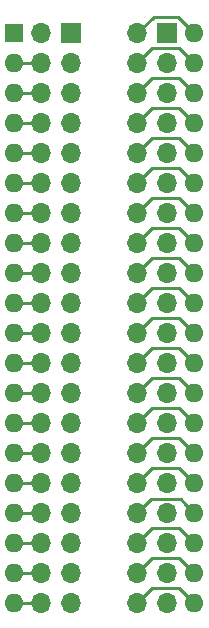
<source format=gbr>
G04 #@! TF.GenerationSoftware,KiCad,Pcbnew,(5.1.5-0-10_14)*
G04 #@! TF.CreationDate,2021-04-13T14:10:52+02:00*
G04 #@! TF.ProjectId,UUT_Cable_Header,5555545f-4361-4626-9c65-5f4865616465,rev?*
G04 #@! TF.SameCoordinates,Original*
G04 #@! TF.FileFunction,Copper,L2,Bot*
G04 #@! TF.FilePolarity,Positive*
%FSLAX46Y46*%
G04 Gerber Fmt 4.6, Leading zero omitted, Abs format (unit mm)*
G04 Created by KiCad (PCBNEW (5.1.5-0-10_14)) date 2021-04-13 14:10:52*
%MOMM*%
%LPD*%
G04 APERTURE LIST*
%ADD10O,1.600000X1.600000*%
%ADD11R,1.600000X1.600000*%
%ADD12R,1.700000X1.700000*%
%ADD13O,1.700000X1.700000*%
%ADD14C,0.250000*%
G04 APERTURE END LIST*
D10*
X137287000Y-57912000D03*
X122047000Y-106172000D03*
X137287000Y-60452000D03*
X122047000Y-103632000D03*
X137287000Y-62992000D03*
X122047000Y-101092000D03*
X137287000Y-65532000D03*
X122047000Y-98552000D03*
X137287000Y-68072000D03*
X122047000Y-96012000D03*
X137287000Y-70612000D03*
X122047000Y-93472000D03*
X137287000Y-73152000D03*
X122047000Y-90932000D03*
X137287000Y-75692000D03*
X122047000Y-88392000D03*
X137287000Y-78232000D03*
X122047000Y-85852000D03*
X137287000Y-80772000D03*
X122047000Y-83312000D03*
X137287000Y-83312000D03*
X122047000Y-80772000D03*
X137287000Y-85852000D03*
X122047000Y-78232000D03*
X137287000Y-88392000D03*
X122047000Y-75692000D03*
X137287000Y-90932000D03*
X122047000Y-73152000D03*
X137287000Y-93472000D03*
X122047000Y-70612000D03*
X137287000Y-96012000D03*
X122047000Y-68072000D03*
X137287000Y-98552000D03*
X122047000Y-65532000D03*
X137287000Y-101092000D03*
X122047000Y-62992000D03*
X137287000Y-103632000D03*
X122047000Y-60452000D03*
X137287000Y-106172000D03*
D11*
X122047000Y-57912000D03*
D12*
X126873000Y-57912000D03*
D13*
X124333000Y-57912000D03*
X126873000Y-60452000D03*
X124333000Y-60452000D03*
X126873000Y-62992000D03*
X124333000Y-62992000D03*
X126873000Y-65532000D03*
X124333000Y-65532000D03*
X126873000Y-68072000D03*
X124333000Y-68072000D03*
X126873000Y-70612000D03*
X124333000Y-70612000D03*
X126873000Y-73152000D03*
X124333000Y-73152000D03*
X126873000Y-75692000D03*
X124333000Y-75692000D03*
X126873000Y-78232000D03*
X124333000Y-78232000D03*
X126873000Y-80772000D03*
X124333000Y-80772000D03*
X126873000Y-83312000D03*
X124333000Y-83312000D03*
X126873000Y-85852000D03*
X124333000Y-85852000D03*
X126873000Y-88392000D03*
X124333000Y-88392000D03*
X126873000Y-90932000D03*
X124333000Y-90932000D03*
X126873000Y-93472000D03*
X124333000Y-93472000D03*
X126873000Y-96012000D03*
X124333000Y-96012000D03*
X126873000Y-98552000D03*
X124333000Y-98552000D03*
X126873000Y-101092000D03*
X124333000Y-101092000D03*
X126873000Y-103632000D03*
X124333000Y-103632000D03*
X126873000Y-106172000D03*
X124333000Y-106172000D03*
X132461000Y-106172000D03*
X135001000Y-106172000D03*
X132461000Y-103632000D03*
X135001000Y-103632000D03*
X132461000Y-101092000D03*
X135001000Y-101092000D03*
X132461000Y-98552000D03*
X135001000Y-98552000D03*
X132461000Y-96012000D03*
X135001000Y-96012000D03*
X132461000Y-93472000D03*
X135001000Y-93472000D03*
X132461000Y-90932000D03*
X135001000Y-90932000D03*
X132461000Y-88392000D03*
X135001000Y-88392000D03*
X132461000Y-85852000D03*
X135001000Y-85852000D03*
X132461000Y-83312000D03*
X135001000Y-83312000D03*
X132461000Y-80772000D03*
X135001000Y-80772000D03*
X132461000Y-78232000D03*
X135001000Y-78232000D03*
X132461000Y-75692000D03*
X135001000Y-75692000D03*
X132461000Y-73152000D03*
X135001000Y-73152000D03*
X132461000Y-70612000D03*
X135001000Y-70612000D03*
X132461000Y-68072000D03*
X135001000Y-68072000D03*
X132461000Y-65532000D03*
X135001000Y-65532000D03*
X132461000Y-62992000D03*
X135001000Y-62992000D03*
X132461000Y-60452000D03*
X135001000Y-60452000D03*
X132461000Y-57912000D03*
D12*
X135001000Y-57912000D03*
D14*
X136487001Y-102832001D02*
X137287000Y-103632000D01*
X136017000Y-102362000D02*
X136487001Y-102832001D01*
X133731000Y-102362000D02*
X136017000Y-102362000D01*
X132461000Y-103632000D02*
X133731000Y-102362000D01*
X136487001Y-97752001D02*
X137287000Y-98552000D01*
X136111999Y-97376999D02*
X136487001Y-97752001D01*
X133636001Y-97376999D02*
X136111999Y-97376999D01*
X132461000Y-98552000D02*
X133636001Y-97376999D01*
X136017000Y-92202000D02*
X136487001Y-92672001D01*
X136487001Y-92672001D02*
X137287000Y-93472000D01*
X133731000Y-92202000D02*
X136017000Y-92202000D01*
X132461000Y-93472000D02*
X133731000Y-92202000D01*
X136487001Y-87592001D02*
X137287000Y-88392000D01*
X136017000Y-87122000D02*
X136487001Y-87592001D01*
X133731000Y-87122000D02*
X136017000Y-87122000D01*
X132461000Y-88392000D02*
X133731000Y-87122000D01*
X136487001Y-82512001D02*
X137287000Y-83312000D01*
X136017000Y-82042000D02*
X136487001Y-82512001D01*
X133731000Y-82042000D02*
X136017000Y-82042000D01*
X132461000Y-83312000D02*
X133731000Y-82042000D01*
X136017000Y-76962000D02*
X136487001Y-77432001D01*
X136487001Y-77432001D02*
X137287000Y-78232000D01*
X133731000Y-76962000D02*
X136017000Y-76962000D01*
X132461000Y-78232000D02*
X133731000Y-76962000D01*
X136487001Y-72352001D02*
X137287000Y-73152000D01*
X136017000Y-71882000D02*
X136487001Y-72352001D01*
X133731000Y-71882000D02*
X136017000Y-71882000D01*
X132461000Y-73152000D02*
X133731000Y-71882000D01*
X136017000Y-66802000D02*
X136487001Y-67272001D01*
X133731000Y-66802000D02*
X136017000Y-66802000D01*
X136487001Y-67272001D02*
X137287000Y-68072000D01*
X132461000Y-68072000D02*
X133731000Y-66802000D01*
X136017000Y-61722000D02*
X136487001Y-62192001D01*
X136487001Y-62192001D02*
X137287000Y-62992000D01*
X133731000Y-61722000D02*
X136017000Y-61722000D01*
X132461000Y-62992000D02*
X133731000Y-61722000D01*
X136017000Y-59182000D02*
X136487001Y-59652001D01*
X133731000Y-59182000D02*
X136017000Y-59182000D01*
X136487001Y-59652001D02*
X137287000Y-60452000D01*
X132461000Y-60452000D02*
X133731000Y-59182000D01*
X136017000Y-64262000D02*
X136487001Y-64732001D01*
X133731000Y-64262000D02*
X136017000Y-64262000D01*
X136487001Y-64732001D02*
X137287000Y-65532000D01*
X132461000Y-65532000D02*
X133731000Y-64262000D01*
X136487001Y-69812001D02*
X137287000Y-70612000D01*
X136017000Y-69342000D02*
X136487001Y-69812001D01*
X133731000Y-69342000D02*
X136017000Y-69342000D01*
X132461000Y-70612000D02*
X133731000Y-69342000D01*
X136017000Y-74422000D02*
X136487001Y-74892001D01*
X133731000Y-74422000D02*
X136017000Y-74422000D01*
X136487001Y-74892001D02*
X137287000Y-75692000D01*
X132461000Y-75692000D02*
X133731000Y-74422000D01*
X136017000Y-79502000D02*
X136487001Y-79972001D01*
X136487001Y-79972001D02*
X137287000Y-80772000D01*
X133731000Y-79502000D02*
X136017000Y-79502000D01*
X132461000Y-80772000D02*
X133731000Y-79502000D01*
X136487001Y-85052001D02*
X137287000Y-85852000D01*
X136017000Y-84582000D02*
X136487001Y-85052001D01*
X133731000Y-84582000D02*
X136017000Y-84582000D01*
X132461000Y-85852000D02*
X133731000Y-84582000D01*
X136487001Y-90132001D02*
X137287000Y-90932000D01*
X136017000Y-89662000D02*
X136487001Y-90132001D01*
X133731000Y-89662000D02*
X136017000Y-89662000D01*
X132461000Y-90932000D02*
X133731000Y-89662000D01*
X136487001Y-95212001D02*
X137287000Y-96012000D01*
X136017000Y-94742000D02*
X136487001Y-95212001D01*
X133731000Y-94742000D02*
X136017000Y-94742000D01*
X132461000Y-96012000D02*
X133731000Y-94742000D01*
X136487001Y-100292001D02*
X137287000Y-101092000D01*
X136017000Y-99822000D02*
X136487001Y-100292001D01*
X133731000Y-99822000D02*
X136017000Y-99822000D01*
X132461000Y-101092000D02*
X133731000Y-99822000D01*
X122047000Y-60452000D02*
X124333000Y-60452000D01*
X122047000Y-62992000D02*
X124333000Y-62992000D01*
X122047000Y-65532000D02*
X124333000Y-65532000D01*
X122047000Y-68072000D02*
X124333000Y-68072000D01*
X122047000Y-70612000D02*
X124333000Y-70612000D01*
X122047000Y-73152000D02*
X124333000Y-73152000D01*
X122047000Y-75692000D02*
X124333000Y-75692000D01*
X122047000Y-78232000D02*
X124333000Y-78232000D01*
X122047000Y-80772000D02*
X124333000Y-80772000D01*
X122047000Y-83312000D02*
X124333000Y-83312000D01*
X122047000Y-85852000D02*
X124333000Y-85852000D01*
X122047000Y-88392000D02*
X124333000Y-88392000D01*
X122047000Y-90932000D02*
X124333000Y-90932000D01*
X122047000Y-93472000D02*
X124333000Y-93472000D01*
X122047000Y-96012000D02*
X124333000Y-96012000D01*
X122047000Y-98552000D02*
X124333000Y-98552000D01*
X122047000Y-101092000D02*
X124333000Y-101092000D01*
X122047000Y-103632000D02*
X124333000Y-103632000D01*
X124333000Y-106172000D02*
X122047000Y-106172000D01*
X136487001Y-57112001D02*
X137287000Y-57912000D01*
X135890000Y-56515000D02*
X136487001Y-57112001D01*
X133858000Y-56515000D02*
X135890000Y-56515000D01*
X132461000Y-57912000D02*
X133858000Y-56515000D01*
X136487001Y-105372001D02*
X137287000Y-106172000D01*
X133731000Y-104902000D02*
X136017000Y-104902000D01*
X136017000Y-104902000D02*
X136487001Y-105372001D01*
X132461000Y-106172000D02*
X133731000Y-104902000D01*
M02*

</source>
